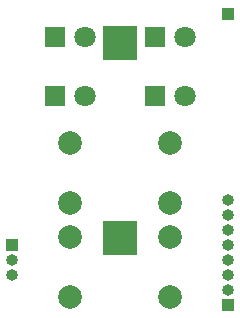
<source format=gbr>
%TF.GenerationSoftware,KiCad,Pcbnew,8.0.8-8.0.8-0~ubuntu22.04.1*%
%TF.CreationDate,2025-02-18T10:23:41+01:00*%
%TF.ProjectId,HB_Stamp_IO_EXT_LEDs_Buttons_FUEL4EP,48425f53-7461-46d7-905f-494f5f455854,1.5*%
%TF.SameCoordinates,Original*%
%TF.FileFunction,Soldermask,Bot*%
%TF.FilePolarity,Negative*%
%FSLAX46Y46*%
G04 Gerber Fmt 4.6, Leading zero omitted, Abs format (unit mm)*
G04 Created by KiCad (PCBNEW 8.0.8-8.0.8-0~ubuntu22.04.1) date 2025-02-18 10:23:41*
%MOMM*%
%LPD*%
G01*
G04 APERTURE LIST*
%ADD10R,1.800000X1.800000*%
%ADD11C,1.800000*%
%ADD12R,1.000000X1.000000*%
%ADD13O,1.000000X1.000000*%
%ADD14C,2.000000*%
%ADD15R,3.000000X3.000000*%
G04 APERTURE END LIST*
D10*
%TO.C,D1*%
X5530000Y24000000D03*
D11*
X8070000Y24000000D03*
%TD*%
D12*
%TO.C,J1*%
X1828800Y6451600D03*
D13*
X1828800Y5181600D03*
X1828800Y3911600D03*
%TD*%
D14*
%TO.C,SW2*%
X15200000Y10000000D03*
X15200000Y15080000D03*
%TD*%
D10*
%TO.C,D3*%
X5530000Y19000000D03*
D11*
X8070000Y19000000D03*
%TD*%
D12*
%TO.C,J6*%
X20167600Y26009600D03*
%TD*%
D10*
%TO.C,D4*%
X13930000Y19000000D03*
D11*
X16470000Y19000000D03*
%TD*%
D12*
%TO.C,J4*%
X20167600Y1371600D03*
D13*
X20167600Y2641600D03*
X20167600Y3911600D03*
X20167600Y5181600D03*
X20167600Y6451600D03*
X20167600Y7721600D03*
X20167600Y8991600D03*
X20167600Y10261600D03*
%TD*%
D10*
%TO.C,D2*%
X13930000Y24000000D03*
D11*
X16470000Y24000000D03*
%TD*%
D14*
%TO.C,SW3*%
X6800000Y2000000D03*
X6800000Y7080000D03*
%TD*%
%TO.C,SW4*%
X15200000Y2000000D03*
X15200000Y7080000D03*
%TD*%
%TO.C,SW1*%
X6800000Y10000000D03*
X6800000Y15080000D03*
%TD*%
D15*
%TO.C,BZ1*%
X11000000Y23500000D03*
X11000000Y7000000D03*
%TD*%
M02*

</source>
